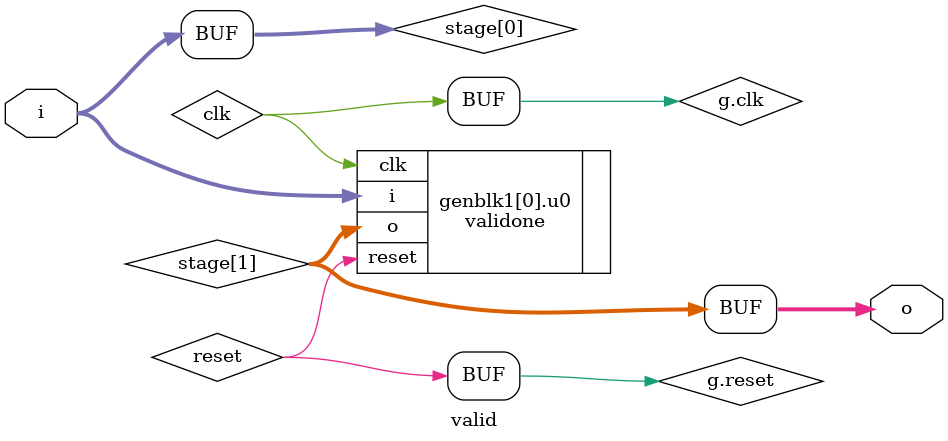
<source format=sv>


// Permission is hereby granted, free of charge, to any person obtaining a
// copy of this software and associated documentation files (the
// "Software"), to deal in the Software without restriction, including
// without limitation the rights to use, copy, modify, merge, publish,
// distribute, sublicense, and/or sell copies of the Software, and to permit
// persons to whom the Software is furnished to do so, subject to the
// following conditions:

// The above copyright notice and this permission notice shall be included
// in all copies or substantial portions of the Software.

// THE SOFTWARE IS PROVIDED "AS IS", WITHOUT WARRANTY OF ANY KIND, EXPRESS
// OR IMPLIED, INCLUDING BUT NOT LIMITED TO THE WARRANTIES OF
// MERCHANTABILITY, FITNESS FOR A PARTICULAR PURPOSE AND NONINFRINGEMENT. 
// IN NO EVENT SHALL THE AUTHORS OR COPYRIGHT HOLDERS BE LIABLE FOR ANY
// CLAIM, DAMAGES OR OTHER LIABILITY, WHETHER IN AN ACTION OF CONTRACT, TORT
// OR OTHERWISE, ARISING FROM, OUT OF OR IN CONNECTION WITH THE SOFTWARE OR
// THE USE OR OTHER DEALINGS IN THE SOFTWARE.

module valid
 #(
  parameter DELAY = 1,
  parameter WIDTH = 16
) (
  fixedp g,
  input [WIDTH-1:0] i,
  output logic [WIDTH-1:0] o
  );

wire clk = g.clk;
wire reset = g.reset;

logic [WIDTH-1:0] stage[DELAY:0];

assign stage[0] = i;

genvar x;
generate
  for (x = 0; x != DELAY; x = x + 1)
    validone #(.WIDTH(WIDTH)) u0 (.clk (clk), .reset (reset), .i (stage[x]), .o (stage[x + 1]));
endgenerate

assign o = stage[DELAY];

endmodule

</source>
